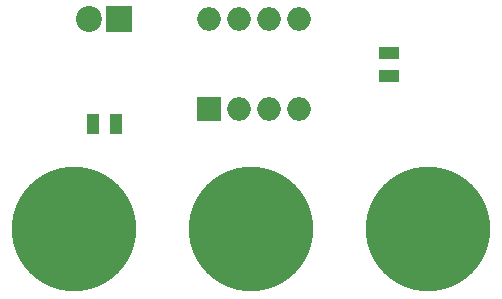
<source format=gbr>
G04 #@! TF.FileFunction,Soldermask,Top*
%FSLAX46Y46*%
G04 Gerber Fmt 4.6, Leading zero omitted, Abs format (unit mm)*
G04 Created by KiCad (PCBNEW 4.0.5) date Friday, March 24, 2017 'PMt' 10:18:35 PM*
%MOMM*%
%LPD*%
G01*
G04 APERTURE LIST*
%ADD10C,0.100000*%
%ADD11R,2.200000X2.200000*%
%ADD12C,2.200000*%
%ADD13R,2.000000X2.000000*%
%ADD14O,2.000000X2.000000*%
%ADD15C,10.560000*%
%ADD16R,1.700000X1.100000*%
%ADD17R,1.100000X1.700000*%
G04 APERTURE END LIST*
D10*
D11*
X146050000Y-71120000D03*
D12*
X143510000Y-71120000D03*
D13*
X153670000Y-78740000D03*
D14*
X161290000Y-71120000D03*
X156210000Y-78740000D03*
X158750000Y-71120000D03*
X158750000Y-78740000D03*
X156210000Y-71120000D03*
X161290000Y-78740000D03*
X153670000Y-71120000D03*
D15*
X142240000Y-88900000D03*
X172210000Y-88900000D03*
X157230000Y-88900000D03*
D16*
X168910000Y-73980000D03*
X168910000Y-75880000D03*
D17*
X143830000Y-80010000D03*
X145730000Y-80010000D03*
M02*

</source>
